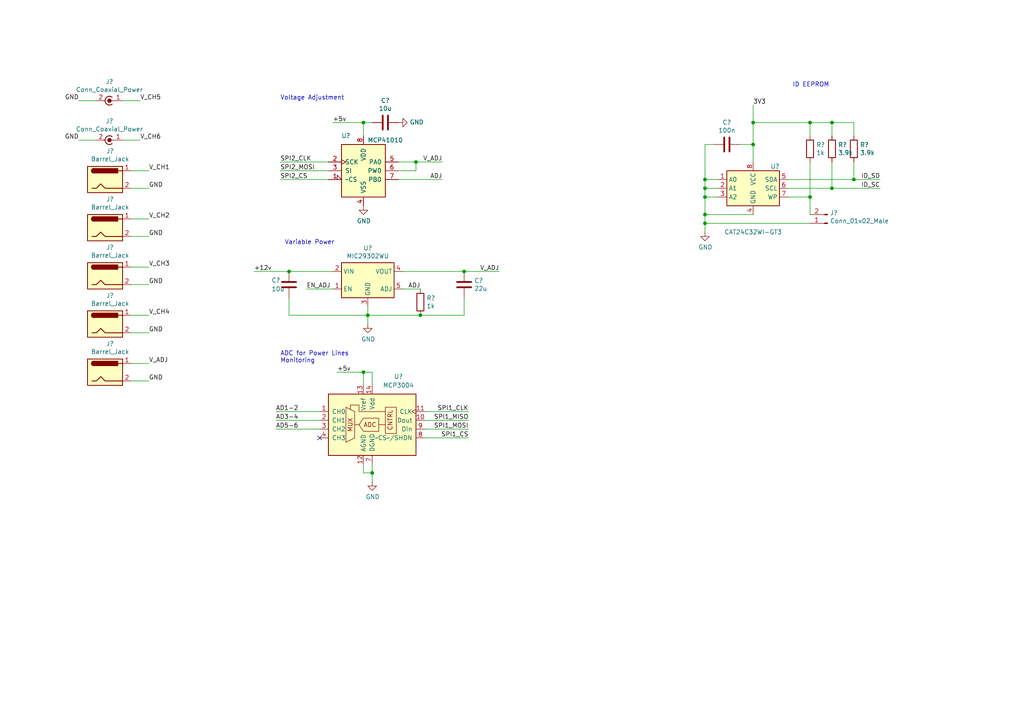
<source format=kicad_sch>
(kicad_sch (version 20210621) (generator eeschema)
  (paper "A4")
  (lib_symbols
    (symbol "astrohat-rescue:Barrel_Jack-Connector" (pin_names (offset 1.016))
      (property "Reference" "J" (at 0 5.334 0))
      (property "Value" "Barrel_Jack-Connector" (at 0 -5.08 0))
      (symbol "Barrel_Jack-Connector_0_1"
        (arc (start -3.302 3.175) (end -3.302 1.905) (radius (at -3.302 2.54) (length 0.635) (angles 90.1 -90.1)) (stroke (width 0.254)))
        (arc (start -3.302 3.175) (end -3.302 1.905) (radius (at -3.302 2.54) (length 0.635) (angles 90.1 -90.1)) (stroke (width 0.254)) (fill (type outline)))
        (rectangle (start 3.683 3.175) (end -3.302 1.905) (stroke (width 0.254)) (fill (type outline)))
        (rectangle (start -5.08 3.81) (end 5.08 -3.81) (stroke (width 0.254)) (fill (type background)))
        (polyline (pts (xy 5.08 2.54) (xy 3.81 2.54)) (stroke (width 0.254)))
        (polyline (pts (xy -3.81 -2.54) (xy -2.54 -2.54) (xy -1.27 -1.27) (xy 0 -2.54) (xy 2.54 -2.54) (xy 5.08 -2.54)) (stroke (width 0.254)))
      )
      (symbol "Barrel_Jack-Connector_1_1"
        (pin passive line (at 7.62 2.54 180) (length 2.54) (name "~") (number "1"))
        (pin passive line (at 7.62 -2.54 180) (length 2.54) (name "~") (number "2"))
      )
    )
    (symbol "astrohat-rescue:C-Device" (pin_numbers hide) (pin_names (offset 0.254))
      (property "Reference" "C" (at 0.635 2.54 0))
      (property "Value" "C-Device" (at 0.635 -2.54 0))
      (symbol "C-Device_0_1"
        (polyline (pts (xy -2.032 -0.762) (xy 2.032 -0.762)) (stroke (width 0.508)))
        (polyline (pts (xy -2.032 0.762) (xy 2.032 0.762)) (stroke (width 0.508)))
      )
      (symbol "C-Device_1_1"
        (pin passive line (at 0 3.81 270) (length 2.794) (name "~") (number "1"))
        (pin passive line (at 0 -3.81 90) (length 2.794) (name "~") (number "2"))
      )
    )
    (symbol "astrohat-rescue:Conn_01x02_Male-Connector" (pin_names (offset 1.016) hide)
      (property "Reference" "J" (at 0 2.54 0))
      (property "Value" "Conn_01x02_Male-Connector" (at 0 -5.08 0))
      (symbol "Conn_01x02_Male-Connector_1_1"
        (rectangle (start 0.8636 -2.413) (end 0 -2.667) (stroke (width 0.1524)) (fill (type outline)))
        (rectangle (start 0.8636 0.127) (end 0 -0.127) (stroke (width 0.1524)) (fill (type outline)))
        (polyline (pts (xy 1.27 -2.54) (xy 0.8636 -2.54)) (stroke (width 0.1524)))
        (polyline (pts (xy 1.27 0) (xy 0.8636 0)) (stroke (width 0.1524)))
        (pin passive line (at 5.08 0 180) (length 3.81) (name "Pin_1") (number "1"))
        (pin passive line (at 5.08 -2.54 180) (length 3.81) (name "Pin_2") (number "2"))
      )
    )
    (symbol "astrohat-rescue:Conn_Coaxial_Power-Connector" (pin_names (offset 1.016) hide)
      (property "Reference" "J" (at -5.08 -1.27 90))
      (property "Value" "Conn_Coaxial_Power-Connector" (at -3.175 -1.27 90))
      (symbol "Conn_Coaxial_Power-Connector_0_1"
        (arc (start 1.016 -0.508) (end 1.27 -1.27) (radius (at 0 -1.27) (length 1.27) (angles 36.9 0)) (stroke (width 0.254)))
        (arc (start -1.27 -1.27) (end -1.016 -0.508) (radius (at 0 -1.27) (length 1.27) (angles 180 143.1)) (stroke (width 0.254)))
        (arc (start -1.27 -1.27) (end 1.27 -1.27) (radius (at 0 -1.27) (length 1.27) (angles -179.9 -0.1)) (stroke (width 0.254)))
        (circle (center 0 -1.27) (radius 0.508) (stroke (width 0.2032)) (fill (type outline)))
        (polyline (pts (xy 0 -2.54) (xy 0 -3.048)))
        (polyline (pts (xy 0 0) (xy 0 -1.27)))
      )
      (symbol "Conn_Coaxial_Power-Connector_1_1"
        (pin passive line (at 0 2.54 270) (length 2.54) (name "In") (number "1"))
        (pin passive line (at 0 -5.08 90) (length 2.54) (name "Ext") (number "2"))
      )
    )
    (symbol "astrohat-rescue:GND-power" (power) (pin_names (offset 0))
      (property "Value" "GND-power" (at 0 -3.81 0))
      (symbol "GND-power_0_1"
        (polyline (pts (xy 0 0) (xy 0 -1.27) (xy 1.27 -1.27) (xy 0 -2.54) (xy -1.27 -1.27) (xy 0 -1.27)))
      )
      (symbol "GND-power_1_1"
        (pin power_in line (at 0 0 270) (length 0) hide (name "GND") (number "1"))
      )
    )
    (symbol "astrohat-rescue:MCP3004-Analog_ADC" (pin_names (offset 1.016))
      (property "Reference" "U" (at -11.43 8.89 0))
      (property "Value" "MCP3004-Analog_ADC" (at 10.16 8.89 0))
      (symbol "MCP3004-Analog_ADC_0_0"
        (text "ADC" (at -0.635 -1.27 0) (effects (font (size 1.27 1.27))))
        (text "CNTRL" (at 5.969 -2.921 900) (effects (font (size 1.27 1.27)) (justify left bottom)))
        (text "MUX" (at -6.35 -1.27 900) (effects (font (size 1.27 1.27))))
      )
      (symbol "MCP3004-Analog_ADC_0_1"
        (rectangle (start 3.81 -3.81) (end 6.985 3.81))
        (rectangle (start 12.7 7.62) (end -12.7 -10.16) (stroke (width 0.254)) (fill (type background)))
        (polyline (pts (xy -5.08 -1.27) (xy -3.81 -1.27)))
        (polyline (pts (xy 1.905 -1.27) (xy 3.81 -1.27)))
        (polyline (pts (xy -7.62 3.81) (xy -7.62 -6.35) (xy -5.08 -5.08) (xy -5.08 2.54) (xy -7.62 3.81)))
        (polyline (pts (xy 3.81 2.54) (xy -3.81 2.54) (xy -3.81 4.445) (xy -6.35 4.445) (xy -6.35 3.175)))
        (polyline (pts (xy -3.81 -1.27) (xy -2.54 0.635) (xy 1.905 0.635) (xy 1.905 -3.175) (xy -2.54 -3.175) (xy -3.81 -1.27)))
      )
      (symbol "MCP3004-Analog_ADC_1_1"
        (pin input line (at -15.24 2.54 0) (length 2.54) (name "CH0") (number "1"))
        (pin output line (at 15.24 0 180) (length 2.54) (name "Dout") (number "10"))
        (pin input clock (at 15.24 2.54 180) (length 2.54) (name "CLK") (number "11"))
        (pin power_in line (at -2.54 -12.7 90) (length 2.54) (name "AGND") (number "12"))
        (pin power_in line (at -2.54 10.16 270) (length 2.54) (name "Vref") (number "13"))
        (pin power_in line (at 0 10.16 270) (length 2.54) (name "Vdd") (number "14"))
        (pin input line (at -15.24 0 0) (length 2.54) (name "CH1") (number "2"))
        (pin input line (at -15.24 -2.54 0) (length 2.54) (name "CH2") (number "3"))
        (pin input line (at -15.24 -5.08 0) (length 2.54) (name "CH3") (number "4"))
        (pin no_connect line (at -15.24 5.08 0) (length 2.54) hide (name "NC") (number "5"))
        (pin no_connect line (at -15.24 -7.62 0) (length 2.54) hide (name "NC") (number "6"))
        (pin power_in line (at 0 -12.7 90) (length 2.54) (name "DGND") (number "7"))
        (pin input line (at 15.24 -5.08 180) (length 2.54) (name "~CS~/SHDN") (number "8"))
        (pin input line (at 15.24 -2.54 180) (length 2.54) (name "Din") (number "9"))
      )
    )
    (symbol "astrohat-rescue:MCP41010-Potentiometer_Digital" (pin_names (offset 1.016))
      (property "Reference" "U" (at -6.35 8.89 0))
      (property "Value" "MCP41010-Potentiometer_Digital" (at 1.27 8.89 0))
      (symbol "MCP41010-Potentiometer_Digital_0_1"
        (rectangle (start -6.35 7.62) (end 6.35 -7.62) (stroke (width 0.254)) (fill (type background)))
      )
      (symbol "MCP41010-Potentiometer_Digital_1_1"
        (pin input input_low (at -10.16 -2.54 0) (length 3.81) (name "~CS") (number "1"))
        (pin passive clock (at -10.16 2.54 0) (length 3.81) (name "SCK") (number "2"))
        (pin input line (at -10.16 0 0) (length 3.81) (name "SI") (number "3"))
        (pin power_in line (at 0 -10.16 90) (length 2.54) (name "VSS") (number "4"))
        (pin passive line (at 10.16 2.54 180) (length 3.81) (name "PA0") (number "5"))
        (pin passive line (at 10.16 0 180) (length 3.81) (name "PW0") (number "6"))
        (pin passive line (at 10.16 -2.54 180) (length 3.81) (name "PB0") (number "7"))
        (pin power_in line (at 0 10.16 270) (length 2.54) (name "VDD") (number "8"))
      )
    )
    (symbol "astrohat-rescue:MIC29302WU-Regulator_Linear"
      (property "Reference" "U" (at -6.35 6.35 0))
      (property "Value" "MIC29302WU-Regulator_Linear" (at 2.54 6.35 0))
      (symbol "MIC29302WU-Regulator_Linear_1_1"
        (rectangle (start -7.62 5.08) (end 7.62 -5.08) (stroke (width 0.254)) (fill (type background)))
        (pin input line (at -10.16 -2.54 0) (length 2.54) (name "EN") (number "1"))
        (pin power_in line (at -10.16 2.54 0) (length 2.54) (name "VIN") (number "2"))
        (pin power_in line (at 0 -7.62 90) (length 2.54) (name "GND") (number "3"))
        (pin power_out line (at 10.16 2.54 180) (length 2.54) (name "VOUT") (number "4"))
        (pin input line (at 10.16 -2.54 180) (length 2.54) (name "ADJ") (number "5"))
      )
    )
    (symbol "astrohat-rescue:R-Device" (pin_numbers hide) (pin_names (offset 0))
      (property "Reference" "R" (at 2.032 0 90))
      (property "Value" "R-Device" (at 0 0 90))
      (symbol "R-Device_0_1"
        (rectangle (start -1.016 -2.54) (end 1.016 2.54) (stroke (width 0.254)))
      )
      (symbol "R-Device_1_1"
        (pin passive line (at 0 3.81 270) (length 1.27) (name "~") (number "1"))
        (pin passive line (at 0 -3.81 90) (length 1.27) (name "~") (number "2"))
      )
    )
    (symbol "astrohat:CAT24C32WI-GT3"
      (property "Reference" "U" (at -6.35 6.35 0))
      (property "Value" "CAT24C32WI-GT3" (at 1.27 6.35 0))
      (symbol "CAT24C32WI-GT3_1_1"
        (rectangle (start -7.62 5.08) (end 7.62 -5.08) (stroke (width 0.254)) (fill (type background)))
        (pin input line (at -10.16 2.54 0) (length 2.54) (name "A0") (number "1"))
        (pin input line (at -10.16 0 0) (length 2.54) (name "A1") (number "2"))
        (pin input line (at -10.16 -2.54 0) (length 2.54) (name "A2") (number "3"))
        (pin power_in line (at 0 -7.62 90) (length 2.54) (name "GND") (number "4"))
        (pin bidirectional line (at 10.16 2.54 180) (length 2.54) (name "SDA") (number "5"))
        (pin input line (at 10.16 0 180) (length 2.54) (name "SCL") (number "6"))
        (pin input line (at 10.16 -2.54 180) (length 2.54) (name "WP") (number "7"))
        (pin power_in line (at 0 7.62 270) (length 2.54) (name "VCC") (number "8"))
      )
    )
  )
  (junction (at 83.82 78.74) (diameter 0.9144))
  (junction (at 105.41 35.56) (diameter 0.9144))
  (junction (at 105.41 107.95) (diameter 0.9144))
  (junction (at 106.68 91.44) (diameter 0.9144))
  (junction (at 107.95 137.16) (diameter 0.9144))
  (junction (at 120.65 46.99) (diameter 0.9144))
  (junction (at 121.92 91.44) (diameter 0.9144))
  (junction (at 134.62 78.74) (diameter 0.9144))
  (junction (at 204.47 52.07) (diameter 0.9144))
  (junction (at 204.47 54.61) (diameter 0.9144))
  (junction (at 204.47 57.15) (diameter 0.9144))
  (junction (at 204.47 62.23) (diameter 0.9144))
  (junction (at 204.47 64.77) (diameter 0.9144))
  (junction (at 218.44 35.56) (diameter 0.9144))
  (junction (at 218.44 41.91) (diameter 0.9144))
  (junction (at 234.95 35.56) (diameter 0.9144))
  (junction (at 234.95 57.15) (diameter 0.9144))
  (junction (at 241.3 35.56) (diameter 0.9144))
  (junction (at 241.3 54.61) (diameter 0.9144))
  (junction (at 247.65 52.07) (diameter 0.9144))
  (no_connect (at 92.71 127))
  (wire (pts (xy 27.94 29.21) (xy 22.86 29.21)))
  (wire (pts (xy 27.94 40.64) (xy 22.86 40.64)))
  (wire (pts (xy 35.56 29.21) (xy 40.64 29.21)))
  (wire (pts (xy 35.56 40.64) (xy 40.64 40.64)))
  (wire (pts (xy 38.1 49.53) (xy 43.18 49.53)))
  (wire (pts (xy 38.1 54.61) (xy 43.18 54.61)))
  (wire (pts (xy 38.1 63.5) (xy 43.18 63.5)))
  (wire (pts (xy 38.1 68.58) (xy 43.18 68.58)))
  (wire (pts (xy 38.1 77.47) (xy 43.18 77.47)))
  (wire (pts (xy 38.1 82.55) (xy 43.18 82.55)))
  (wire (pts (xy 38.1 91.44) (xy 43.18 91.44)))
  (wire (pts (xy 38.1 96.52) (xy 43.18 96.52)))
  (wire (pts (xy 38.1 105.41) (xy 43.18 105.41)))
  (wire (pts (xy 38.1 110.49) (xy 43.18 110.49)))
  (wire (pts (xy 73.66 78.74) (xy 83.82 78.74)))
  (wire (pts (xy 83.82 78.74) (xy 96.52 78.74)))
  (wire (pts (xy 83.82 86.36) (xy 83.82 91.44)))
  (wire (pts (xy 83.82 91.44) (xy 106.68 91.44)))
  (wire (pts (xy 92.71 119.38) (xy 80.01 119.38)))
  (wire (pts (xy 92.71 121.92) (xy 80.01 121.92)))
  (wire (pts (xy 92.71 124.46) (xy 80.01 124.46)))
  (wire (pts (xy 95.25 46.99) (xy 81.28 46.99)))
  (wire (pts (xy 95.25 49.53) (xy 81.28 49.53)))
  (wire (pts (xy 95.25 52.07) (xy 81.28 52.07)))
  (wire (pts (xy 96.52 83.82) (xy 88.9 83.82)))
  (wire (pts (xy 105.41 35.56) (xy 96.52 35.56)))
  (wire (pts (xy 105.41 35.56) (xy 107.95 35.56)))
  (wire (pts (xy 105.41 39.37) (xy 105.41 35.56)))
  (wire (pts (xy 105.41 107.95) (xy 97.79 107.95)))
  (wire (pts (xy 105.41 111.76) (xy 105.41 107.95)))
  (wire (pts (xy 105.41 134.62) (xy 105.41 137.16)))
  (wire (pts (xy 105.41 137.16) (xy 107.95 137.16)))
  (wire (pts (xy 106.68 91.44) (xy 106.68 88.9)))
  (wire (pts (xy 106.68 93.98) (xy 106.68 91.44)))
  (wire (pts (xy 107.95 107.95) (xy 105.41 107.95)))
  (wire (pts (xy 107.95 111.76) (xy 107.95 107.95)))
  (wire (pts (xy 107.95 134.62) (xy 107.95 137.16)))
  (wire (pts (xy 107.95 137.16) (xy 107.95 139.7)))
  (wire (pts (xy 115.57 46.99) (xy 120.65 46.99)))
  (wire (pts (xy 115.57 49.53) (xy 120.65 49.53)))
  (wire (pts (xy 115.57 52.07) (xy 128.27 52.07)))
  (wire (pts (xy 116.84 78.74) (xy 134.62 78.74)))
  (wire (pts (xy 116.84 83.82) (xy 121.92 83.82)))
  (wire (pts (xy 120.65 46.99) (xy 128.27 46.99)))
  (wire (pts (xy 120.65 49.53) (xy 120.65 46.99)))
  (wire (pts (xy 121.92 91.44) (xy 106.68 91.44)))
  (wire (pts (xy 123.19 119.38) (xy 135.89 119.38)))
  (wire (pts (xy 123.19 121.92) (xy 135.89 121.92)))
  (wire (pts (xy 123.19 124.46) (xy 135.89 124.46)))
  (wire (pts (xy 123.19 127) (xy 135.89 127)))
  (wire (pts (xy 134.62 78.74) (xy 144.78 78.74)))
  (wire (pts (xy 134.62 86.36) (xy 134.62 91.44)))
  (wire (pts (xy 134.62 91.44) (xy 121.92 91.44)))
  (wire (pts (xy 204.47 41.91) (xy 204.47 52.07)))
  (wire (pts (xy 204.47 52.07) (xy 204.47 54.61)))
  (wire (pts (xy 204.47 54.61) (xy 204.47 57.15)))
  (wire (pts (xy 204.47 57.15) (xy 204.47 62.23)))
  (wire (pts (xy 204.47 62.23) (xy 204.47 64.77)))
  (wire (pts (xy 204.47 62.23) (xy 218.44 62.23)))
  (wire (pts (xy 204.47 64.77) (xy 204.47 67.31)))
  (wire (pts (xy 207.01 41.91) (xy 204.47 41.91)))
  (wire (pts (xy 208.28 52.07) (xy 204.47 52.07)))
  (wire (pts (xy 208.28 54.61) (xy 204.47 54.61)))
  (wire (pts (xy 208.28 57.15) (xy 204.47 57.15)))
  (wire (pts (xy 214.63 41.91) (xy 218.44 41.91)))
  (wire (pts (xy 218.44 35.56) (xy 218.44 30.48)))
  (wire (pts (xy 218.44 41.91) (xy 218.44 35.56)))
  (wire (pts (xy 218.44 46.99) (xy 218.44 41.91)))
  (wire (pts (xy 228.6 52.07) (xy 247.65 52.07)))
  (wire (pts (xy 228.6 54.61) (xy 241.3 54.61)))
  (wire (pts (xy 228.6 57.15) (xy 234.95 57.15)))
  (wire (pts (xy 234.95 35.56) (xy 218.44 35.56)))
  (wire (pts (xy 234.95 35.56) (xy 241.3 35.56)))
  (wire (pts (xy 234.95 39.37) (xy 234.95 35.56)))
  (wire (pts (xy 234.95 57.15) (xy 234.95 46.99)))
  (wire (pts (xy 234.95 57.15) (xy 234.95 62.23)))
  (wire (pts (xy 234.95 64.77) (xy 204.47 64.77)))
  (wire (pts (xy 241.3 35.56) (xy 241.3 39.37)))
  (wire (pts (xy 241.3 35.56) (xy 247.65 35.56)))
  (wire (pts (xy 241.3 54.61) (xy 241.3 46.99)))
  (wire (pts (xy 241.3 54.61) (xy 255.27 54.61)))
  (wire (pts (xy 247.65 35.56) (xy 247.65 39.37)))
  (wire (pts (xy 247.65 52.07) (xy 247.65 46.99)))
  (wire (pts (xy 247.65 52.07) (xy 255.27 52.07)))
  (text "Voltage Adjustment" (at 81.28 29.21 0) (effects (font (size 1.27 1.27)) (justify left bottom)))
  (text "ADC for Power Lines\nMonitoring" (at 81.28 105.41 0) (effects (font (size 1.27 1.27)) (justify left bottom)))
  (text "Variable Power" (at 82.55 71.12 0) (effects (font (size 1.27 1.27)) (justify left bottom)))
  (text "ID EEPROM" (at 229.87 25.4 0) (effects (font (size 1.27 1.27)) (justify left bottom)))
  (label "GND" (at 22.86 29.21 180))
  (label "GND" (at 22.86 40.64 180))
  (label "V_CH5" (at 40.64 29.21 0))
  (label "V_CH6" (at 40.64 40.64 0))
  (label "V_CH1" (at 43.18 49.53 0))
  (label "GND" (at 43.18 54.61 0))
  (label "V_CH2" (at 43.18 63.5 0))
  (label "GND" (at 43.18 68.58 0))
  (label "V_CH3" (at 43.18 77.47 0))
  (label "GND" (at 43.18 82.55 0))
  (label "V_CH4" (at 43.18 91.44 0))
  (label "GND" (at 43.18 96.52 0))
  (label "V_ADJ" (at 43.18 105.41 0))
  (label "GND" (at 43.18 110.49 0))
  (label "+12v" (at 73.66 78.74 0))
  (label "AD1-2" (at 80.01 119.38 0))
  (label "AD3-4" (at 80.01 121.92 0))
  (label "AD5-6" (at 80.01 124.46 0))
  (label "SPI2_CLK" (at 81.28 46.99 0))
  (label "SPI2_MOSI" (at 81.28 49.53 0))
  (label "SPI2_CS" (at 81.28 52.07 0))
  (label "EN_ADJ" (at 88.9 83.82 0))
  (label "+5v" (at 96.52 35.56 0))
  (label "+5v" (at 97.79 107.95 0))
  (label "ADJ" (at 121.92 83.82 180))
  (label "V_ADJ" (at 128.27 46.99 180))
  (label "ADJ" (at 128.27 52.07 180))
  (label "SPI1_CLK" (at 135.89 119.38 180))
  (label "SPI1_MISO" (at 135.89 121.92 180))
  (label "SPI1_MOSI" (at 135.89 124.46 180))
  (label "SPI1_CS" (at 135.89 127 180))
  (label "V_ADJ" (at 144.78 78.74 180))
  (label "3V3" (at 218.44 30.48 0))
  (label "ID_SD" (at 255.27 52.07 180))
  (label "ID_SC" (at 255.27 54.61 180))
  (symbol (lib_id "astrohat-rescue:GND-power") (at 105.41 59.69 0) (unit 1)
    (property "Reference" "#PWR?" (effects hide))
    (property "Value" "GND" (at 105.537 64.0842 0))
  )
  (symbol (lib_id "astrohat-rescue:GND-power") (at 106.68 93.98 0) (unit 1)
    (property "Reference" "#PWR?" (effects hide))
    (property "Value" "GND" (at 106.807 98.3742 0))
  )
  (symbol (lib_id "astrohat-rescue:GND-power") (at 107.95 139.7 0) (unit 1)
    (property "Reference" "#PWR?" (effects hide))
    (property "Value" "GND" (at 108.077 144.0942 0))
  )
  (symbol (lib_id "astrohat-rescue:GND-power") (at 115.57 35.56 90) (unit 1)
    (property "Reference" "#PWR?" (effects hide))
    (property "Value" "GND" (at 118.8212 35.433 90) (effects (justify right)))
  )
  (symbol (lib_id "astrohat-rescue:GND-power") (at 204.47 67.31 0) (unit 1)
    (property "Reference" "#PWR?" (effects hide))
    (property "Value" "GND" (at 204.597 71.7042 0))
  )
  (symbol (lib_id "astrohat-rescue:Conn_01x02_Male-Connector") (at 240.03 64.77 180) (unit 1)
    (property "Reference" "J?" (at 240.7412 61.7728 0) (effects (justify right)))
    (property "Value" "Conn_01x02_Male" (at 240.7412 64.0842 0) (effects (justify right)))
    (property "Footprint" "Connector_PinHeader_2.54mm:PinHeader_1x02_P2.54mm_Vertical" (effects hide))
    (property "MFN" "TE" (effects hide))
    (property "Part Number" "103327-2" (effects hide))
  )
  (symbol (lib_id "astrohat-rescue:R-Device") (at 121.92 87.63 0) (unit 1)
    (property "Reference" "R?" (at 123.698 86.4616 0) (effects (justify left)))
    (property "Value" "1k" (at 123.698 88.773 0) (effects (justify left)))
    (property "Footprint" "Resistor_SMD:R_0603_1608Metric_Pad1.05x0.95mm_HandSolder" (effects hide))
    (property "MFN" "Panasonic" (effects hide))
    (property "MFP" "ERJ-3EKF1001V" (effects hide))
    (property "Part Number" "ERJ-3EKF1001V" (effects hide))
  )
  (symbol (lib_id "astrohat-rescue:R-Device") (at 234.95 43.18 0) (unit 1)
    (property "Reference" "R?" (at 236.728 42.0116 0) (effects (justify left)))
    (property "Value" "1k" (at 236.728 44.323 0) (effects (justify left)))
    (property "Footprint" "Resistor_SMD:R_0603_1608Metric_Pad1.05x0.95mm_HandSolder" (effects hide))
    (property "MFN" "Panasonic" (effects hide))
    (property "MFP" "ERJ-3EKF1001V" (effects hide))
    (property "Part Number" "ERJ-3EKF1001V" (effects hide))
  )
  (symbol (lib_id "astrohat-rescue:R-Device") (at 241.3 43.18 0) (unit 1)
    (property "Reference" "R?" (at 243.078 42.0116 0) (effects (justify left)))
    (property "Value" "3.9k" (at 243.078 44.323 0) (effects (justify left)))
    (property "Footprint" "Resistor_SMD:R_0603_1608Metric_Pad1.05x0.95mm_HandSolder" (effects hide))
    (property "MFN" "Panasonic" (effects hide))
    (property "MFP" "ERJ-3EKF3901V" (effects hide))
    (property "Part Number" "ERJ-3EKF3901V" (effects hide))
  )
  (symbol (lib_id "astrohat-rescue:R-Device") (at 247.65 43.18 0) (unit 1)
    (property "Reference" "R?" (at 249.428 42.0116 0) (effects (justify left)))
    (property "Value" "3.9k" (at 249.428 44.323 0) (effects (justify left)))
    (property "Footprint" "Resistor_SMD:R_0603_1608Metric_Pad1.05x0.95mm_HandSolder" (effects hide))
    (property "MFN" "Panasonic" (effects hide))
    (property "MFP" "ERJ-3EKF3901V" (effects hide))
    (property "Part Number" "ERJ-3EKF3901V" (effects hide))
  )
  (symbol (lib_id "astrohat-rescue:Conn_Coaxial_Power-Connector") (at 33.02 29.21 270) (unit 1)
    (property "Reference" "J?" (at 31.75 23.6982 90))
    (property "Value" "Conn_Coaxial_Power" (at 31.75 26.0096 90))
    (property "Footprint" "astrohat:rca_black" (effects hide))
    (property "MFN" "Switchcraft" (effects hide))
    (property "MFP" "PJRAN1X1U03AUX" (effects hide))
    (property "Part Number" "PJRAN1X1U03AUX" (effects hide))
  )
  (symbol (lib_id "astrohat-rescue:Conn_Coaxial_Power-Connector") (at 33.02 40.64 270) (unit 1)
    (property "Reference" "J?" (at 31.75 35.1282 90))
    (property "Value" "Conn_Coaxial_Power" (at 31.75 37.4396 90))
    (property "Footprint" "astrohat:rca_black" (effects hide))
    (property "MFN" "Switchcraft" (effects hide))
    (property "MFP" "PJRAN1X1U03AUX" (effects hide))
    (property "Part Number" "PJRAN1X1U03AUX" (effects hide))
  )
  (symbol (lib_id "astrohat-rescue:C-Device") (at 83.82 82.55 0) (unit 1)
    (property "Reference" "C?" (at 78.74 81.28 0) (effects (justify left)))
    (property "Value" "10u" (at 78.74 83.82 0) (effects (justify left)))
    (property "Footprint" "Capacitor_SMD:C_0603_1608Metric_Pad1.05x0.95mm_HandSolder" (effects hide))
    (property "MFN" "MuRata" (effects hide))
    (property "MFP" "GRT188R61E106ME13D" (effects hide))
    (property "Part Number" "GRT188R61E106ME13D" (effects hide))
  )
  (symbol (lib_id "astrohat-rescue:C-Device") (at 111.76 35.56 90) (unit 1)
    (property "Reference" "C?" (at 111.76 29.1592 90))
    (property "Value" "10u" (at 111.76 31.4706 90))
    (property "Footprint" "Capacitor_SMD:C_0603_1608Metric_Pad1.05x0.95mm_HandSolder" (effects hide))
    (property "MFN" "MuRata" (effects hide))
    (property "MFP" "GRT188R61E106ME13D" (effects hide))
    (property "Part Number" "GRT188R61E106ME13D" (effects hide))
  )
  (symbol (lib_id "astrohat-rescue:C-Device") (at 134.62 82.55 0) (unit 1)
    (property "Reference" "C?" (at 137.541 81.3816 0) (effects (justify left)))
    (property "Value" "22u" (at 137.541 83.693 0) (effects (justify left)))
    (property "Footprint" "Capacitor_SMD:C_1210_3225Metric_Pad1.42x2.65mm_HandSolder" (effects hide))
    (property "MFN" "Taiyo Yuden" (effects hide))
    (property "MFP" "TMK325B7226KM-PR" (effects hide))
    (property "Part Number" "TMK325B7226KM-PR" (effects hide))
  )
  (symbol (lib_id "astrohat-rescue:C-Device") (at 210.82 41.91 270) (unit 1)
    (property "Reference" "C?" (at 210.82 35.5092 90))
    (property "Value" "100n" (at 210.82 37.8206 90))
    (property "Footprint" "Capacitor_SMD:C_0603_1608Metric_Pad1.05x0.95mm_HandSolder" (effects hide))
    (property "MFN" "KEMET" (effects hide))
    (property "MFP" "C0603X104J5RECAUTO" (effects hide))
    (property "Part Number" "C0603X104J5RECAUTO" (effects hide))
  )
  (symbol (lib_id "astrohat-rescue:Barrel_Jack-Connector") (at 30.48 52.07 0) (unit 1)
    (property "Reference" "J?" (at 31.9278 43.815 0))
    (property "Value" "Barrel_Jack" (at 31.9278 46.1264 0))
    (property "Footprint" "astrohat:BarrelJack_Horizontal" (effects hide))
  )
  (symbol (lib_id "astrohat-rescue:Barrel_Jack-Connector") (at 30.48 66.04 0) (unit 1)
    (property "Reference" "J?" (at 31.9278 57.785 0))
    (property "Value" "Barrel_Jack" (at 31.9278 60.0964 0))
    (property "Footprint" "astrohat:BarrelJack_Horizontal" (effects hide))
  )
  (symbol (lib_id "astrohat-rescue:Barrel_Jack-Connector") (at 30.48 80.01 0) (unit 1)
    (property "Reference" "J?" (at 31.9278 71.755 0))
    (property "Value" "Barrel_Jack" (at 31.9278 74.0664 0))
    (property "Footprint" "astrohat:BarrelJack_Horizontal" (effects hide))
  )
  (symbol (lib_id "astrohat-rescue:Barrel_Jack-Connector") (at 30.48 93.98 0) (unit 1)
    (property "Reference" "J?" (at 31.9278 85.725 0))
    (property "Value" "Barrel_Jack" (at 31.9278 88.0364 0))
    (property "Footprint" "astrohat:BarrelJack_Horizontal" (effects hide))
  )
  (symbol (lib_id "astrohat-rescue:Barrel_Jack-Connector") (at 30.48 107.95 0) (unit 1)
    (property "Reference" "J?" (at 31.9278 99.695 0))
    (property "Value" "Barrel_Jack" (at 31.9278 102.0064 0))
    (property "Footprint" "astrohat:BarrelJack_Horizontal" (effects hide))
  )
  (symbol (lib_id "astrohat-rescue:MIC29302WU-Regulator_Linear") (at 106.68 81.28 0) (unit 1)
    (property "Reference" "U?" (at 106.68 71.9582 0))
    (property "Value" "MIC29302WU" (at 106.68 74.2696 0))
    (property "Footprint" "Package_TO_SOT_SMD:TO-263-5_TabPin3" (effects hide))
    (property "Datasheet" "http://ww1.microchip.com/downloads/en/devicedoc/20005685a.pdf" (effects hide))
    (property "MFN" "Microchip Technology" (effects hide))
    (property "MFP" "MIC29302WU" (effects hide))
    (property "Part Number" "MIC29302WU" (effects hide))
  )
  (symbol (lib_id "astrohat:CAT24C32WI-GT3") (at 218.44 54.61 0) (unit 1)
    (property "Reference" "U?" (at 224.79 48.26 0))
    (property "Value" "CAT24C32WI-GT3" (at 218.44 67.31 0))
    (property "Footprint" "Package_SO:SOIC-8_3.9x4.9mm_P1.27mm" (effects hide))
    (property "Datasheet" "http://ww1.microchip.com/downloads/en/DeviceDoc/21703d.pdf" (effects hide))
    (property "MFN" "ON Semiconductor" (effects hide))
    (property "MFP" "CAT24C32WI-GT3" (effects hide))
    (property "Part Number" "CAT24C32WI-GT3" (effects hide))
  )
  (symbol (lib_id "astrohat-rescue:MCP41010-Potentiometer_Digital") (at 105.41 49.53 0) (unit 1)
    (property "Reference" "U?" (at 100.33 39.37 0))
    (property "Value" "MCP41010" (at 111.76 40.64 0))
    (property "Footprint" "Package_SO:SOIC-8_3.9x4.9mm_P1.27mm" (effects hide))
    (property "Datasheet" "http://ww1.microchip.com/downloads/en/DeviceDoc/11195c.pdf" (effects hide))
    (property "MFN" "Microchip Technology" (effects hide))
    (property "MFP" "MCP41010T-I/SN" (effects hide))
    (property "Part Number" "MCP41010T-I/SN" (effects hide))
  )
  (symbol (lib_id "astrohat-rescue:MCP3004-Analog_ADC") (at 107.95 121.92 0) (unit 1)
    (property "Reference" "U?" (at 115.57 109.22 0))
    (property "Value" "MCP3004" (at 115.57 111.76 0))
    (property "Footprint" "Package_SO:SOIC-14_3.9x8.7mm_P1.27mm" (effects hide))
    (property "Datasheet" "http://ww1.microchip.com/downloads/en/DeviceDoc/21295C.pdf" (effects hide))
    (property "MFN" "Microchip Technology" (effects hide))
    (property "MFP" "MCP3004-I/SL" (effects hide))
    (property "Part Number" "MCP3004-I/SL" (effects hide))
  )
)
</source>
